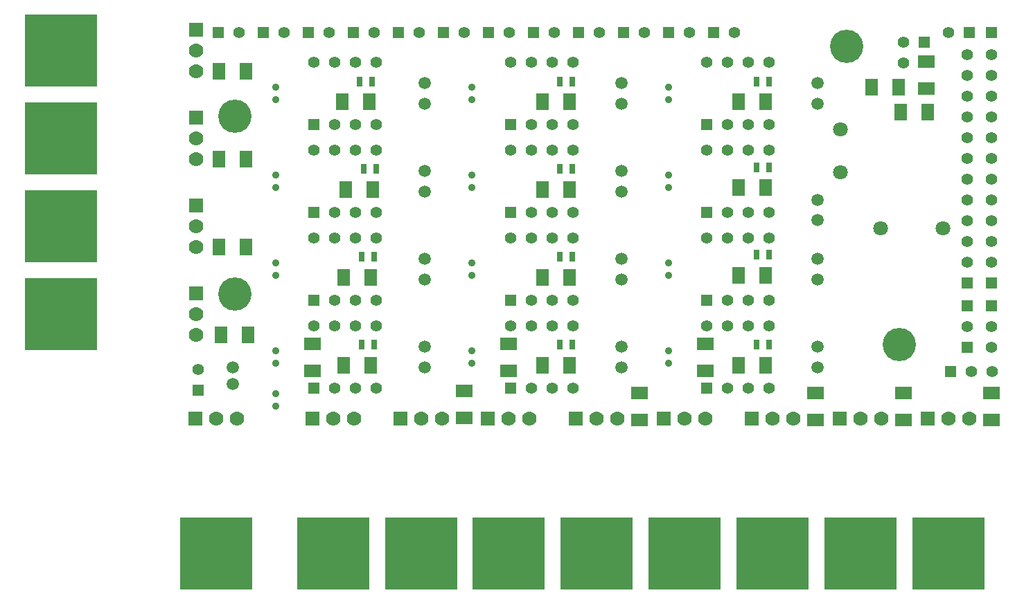
<source format=gbs>
G04 (created by PCBNEW (2013-07-07 BZR 4022)-stable) date 4/3/2014 12:59:42 PM*
%MOIN*%
G04 Gerber Fmt 3.4, Leading zero omitted, Abs format*
%FSLAX34Y34*%
G01*
G70*
G90*
G04 APERTURE LIST*
%ADD10C,0.00590551*%
%ADD11R,0.055X0.055*%
%ADD12C,0.055*%
%ADD13R,0.35X0.35*%
%ADD14C,0.07*%
%ADD15R,0.07X0.07*%
%ADD16C,0.0354331*%
%ADD17R,0.06X0.08*%
%ADD18R,0.08X0.06*%
%ADD19C,0.0590551*%
%ADD20R,0.025X0.045*%
%ADD21C,0.16*%
%ADD22C,0.0708661*%
G04 APERTURE END LIST*
G54D10*
G54D11*
X94594Y-40444D03*
G54D12*
X93594Y-40444D03*
X93594Y-41444D03*
G54D13*
X83070Y-65062D03*
G54D14*
X84070Y-58562D03*
X83070Y-58562D03*
G54D15*
X82070Y-58562D03*
G54D13*
X95767Y-65062D03*
G54D14*
X96767Y-58562D03*
X95767Y-58562D03*
G54D15*
X94767Y-58562D03*
G54D13*
X53047Y-45078D03*
G54D14*
X59547Y-46078D03*
X59547Y-45078D03*
G54D15*
X59547Y-44078D03*
G54D13*
X70374Y-65062D03*
G54D14*
X71374Y-58562D03*
X70374Y-58562D03*
G54D15*
X69374Y-58562D03*
G54D13*
X53047Y-49311D03*
G54D14*
X59547Y-50311D03*
X59547Y-49311D03*
G54D15*
X59547Y-48311D03*
G54D13*
X74606Y-65062D03*
G54D14*
X75606Y-58562D03*
X74606Y-58562D03*
G54D15*
X73606Y-58562D03*
G54D13*
X91535Y-65062D03*
G54D14*
X92535Y-58562D03*
X91535Y-58562D03*
G54D15*
X90535Y-58562D03*
G54D13*
X53047Y-53543D03*
G54D14*
X59547Y-54543D03*
X59547Y-53543D03*
G54D15*
X59547Y-52543D03*
G54D13*
X53047Y-40846D03*
G54D14*
X59547Y-41846D03*
X59547Y-40846D03*
G54D15*
X59547Y-39846D03*
G54D13*
X78838Y-65062D03*
G54D14*
X79838Y-58562D03*
X78838Y-58562D03*
G54D15*
X77838Y-58562D03*
G54D13*
X87303Y-65062D03*
G54D14*
X88303Y-58562D03*
X87303Y-58562D03*
G54D15*
X86303Y-58562D03*
G54D13*
X66141Y-65062D03*
G54D14*
X67141Y-58562D03*
X66141Y-58562D03*
G54D15*
X65141Y-58562D03*
X59531Y-58562D03*
G54D14*
X61531Y-58562D03*
X60531Y-58562D03*
G54D13*
X60531Y-65062D03*
G54D11*
X97834Y-53133D03*
G54D12*
X97834Y-54133D03*
X97834Y-55133D03*
G54D11*
X67118Y-39960D03*
G54D12*
X68118Y-39960D03*
G54D11*
X77944Y-39960D03*
G54D12*
X78944Y-39960D03*
G54D11*
X62787Y-39960D03*
G54D12*
X63787Y-39960D03*
G54D11*
X69283Y-39960D03*
G54D12*
X70283Y-39960D03*
G54D11*
X82275Y-39960D03*
G54D12*
X83275Y-39960D03*
G54D11*
X64952Y-39960D03*
G54D12*
X65952Y-39960D03*
G54D11*
X80110Y-39960D03*
G54D12*
X81110Y-39960D03*
G54D11*
X71448Y-39960D03*
G54D12*
X72448Y-39960D03*
G54D11*
X96759Y-39960D03*
G54D12*
X95759Y-39960D03*
G54D11*
X96653Y-55125D03*
G54D12*
X96653Y-54125D03*
G54D11*
X75779Y-39960D03*
G54D12*
X76779Y-39960D03*
G54D11*
X84440Y-39960D03*
G54D12*
X85440Y-39960D03*
G54D11*
X60622Y-39960D03*
G54D12*
X61622Y-39960D03*
G54D11*
X73614Y-39960D03*
G54D12*
X74614Y-39960D03*
G54D11*
X59645Y-57192D03*
G54D12*
X59645Y-56192D03*
G54D11*
X96653Y-52055D03*
G54D12*
X96653Y-51055D03*
X96653Y-50055D03*
X96653Y-49055D03*
X96653Y-48055D03*
X96653Y-47055D03*
X96653Y-46055D03*
X96653Y-45055D03*
X96653Y-44055D03*
X96653Y-43055D03*
X96653Y-42055D03*
X96653Y-41055D03*
G54D11*
X97834Y-52055D03*
G54D12*
X97834Y-51055D03*
X97834Y-50055D03*
X97834Y-49055D03*
X97834Y-48055D03*
X97834Y-47055D03*
X97834Y-46055D03*
X97834Y-45055D03*
X97834Y-44055D03*
X97834Y-43055D03*
X97834Y-42055D03*
X97834Y-41055D03*
G54D11*
X97834Y-39960D03*
X84129Y-48645D03*
G54D12*
X85129Y-48645D03*
X86129Y-48645D03*
X87129Y-48645D03*
X87129Y-45645D03*
X86129Y-45645D03*
X85129Y-45645D03*
X84129Y-45645D03*
G54D11*
X74681Y-44413D03*
G54D12*
X75681Y-44413D03*
X76681Y-44413D03*
X77681Y-44413D03*
X77681Y-41413D03*
X76681Y-41413D03*
X75681Y-41413D03*
X74681Y-41413D03*
G54D11*
X74681Y-52877D03*
G54D12*
X75681Y-52877D03*
X76681Y-52877D03*
X77681Y-52877D03*
X77681Y-49877D03*
X76681Y-49877D03*
X75681Y-49877D03*
X74681Y-49877D03*
G54D11*
X84129Y-52877D03*
G54D12*
X85129Y-52877D03*
X86129Y-52877D03*
X87129Y-52877D03*
X87129Y-49877D03*
X86129Y-49877D03*
X85129Y-49877D03*
X84129Y-49877D03*
G54D11*
X84129Y-44413D03*
G54D12*
X85129Y-44413D03*
X86129Y-44413D03*
X87129Y-44413D03*
X87129Y-41413D03*
X86129Y-41413D03*
X85129Y-41413D03*
X84129Y-41413D03*
G54D11*
X84129Y-57110D03*
G54D12*
X85129Y-57110D03*
X86129Y-57110D03*
X87129Y-57110D03*
X87129Y-54110D03*
X86129Y-54110D03*
X85129Y-54110D03*
X84129Y-54110D03*
G54D11*
X65232Y-57110D03*
G54D12*
X66232Y-57110D03*
X67232Y-57110D03*
X68232Y-57110D03*
X68232Y-54110D03*
X67232Y-54110D03*
X66232Y-54110D03*
X65232Y-54110D03*
G54D11*
X74681Y-48645D03*
G54D12*
X75681Y-48645D03*
X76681Y-48645D03*
X77681Y-48645D03*
X77681Y-45645D03*
X76681Y-45645D03*
X75681Y-45645D03*
X74681Y-45645D03*
G54D11*
X65232Y-52877D03*
G54D12*
X66232Y-52877D03*
X67232Y-52877D03*
X68232Y-52877D03*
X68232Y-49877D03*
X67232Y-49877D03*
X66232Y-49877D03*
X65232Y-49877D03*
G54D11*
X65232Y-48645D03*
G54D12*
X66232Y-48645D03*
X67232Y-48645D03*
X68232Y-48645D03*
X68232Y-45645D03*
X67232Y-45645D03*
X66232Y-45645D03*
X65232Y-45645D03*
G54D11*
X65232Y-44413D03*
G54D12*
X66232Y-44413D03*
X67232Y-44413D03*
X68232Y-44413D03*
X68232Y-41413D03*
X67232Y-41413D03*
X66232Y-41413D03*
X65232Y-41413D03*
G54D11*
X74681Y-57110D03*
G54D12*
X75681Y-57110D03*
X76681Y-57110D03*
X77681Y-57110D03*
X77681Y-54110D03*
X76681Y-54110D03*
X75681Y-54110D03*
X74681Y-54110D03*
G54D16*
X63385Y-51673D03*
X63385Y-51082D03*
X63385Y-55905D03*
X63385Y-55314D03*
X82283Y-43208D03*
X82283Y-42618D03*
X82283Y-47440D03*
X82283Y-46850D03*
X72834Y-43208D03*
X72834Y-42618D03*
X72834Y-51673D03*
X72834Y-51082D03*
X63385Y-47440D03*
X63385Y-46850D03*
X72834Y-47440D03*
X72834Y-46850D03*
X82283Y-51673D03*
X82283Y-51082D03*
X63385Y-57972D03*
X63385Y-57381D03*
X72834Y-55905D03*
X72834Y-55314D03*
X63385Y-43208D03*
X63385Y-42618D03*
X82283Y-55905D03*
X82283Y-55314D03*
G54D17*
X76220Y-47539D03*
X77520Y-47539D03*
X76220Y-43307D03*
X77520Y-43307D03*
G54D18*
X65157Y-56260D03*
X65157Y-54960D03*
X84055Y-56260D03*
X84055Y-54960D03*
X74606Y-56260D03*
X74606Y-54960D03*
G54D17*
X76220Y-51771D03*
X77520Y-51771D03*
X76220Y-56003D03*
X77520Y-56003D03*
G54D18*
X80905Y-58622D03*
X80905Y-57322D03*
G54D17*
X85668Y-51673D03*
X86968Y-51673D03*
G54D18*
X72440Y-58524D03*
X72440Y-57224D03*
G54D17*
X66574Y-43307D03*
X67874Y-43307D03*
G54D18*
X94685Y-42677D03*
X94685Y-41377D03*
G54D17*
X92066Y-42618D03*
X93366Y-42618D03*
X93444Y-43799D03*
X94744Y-43799D03*
X60668Y-41830D03*
X61968Y-41830D03*
X85668Y-43307D03*
X86968Y-43307D03*
G54D18*
X97834Y-58622D03*
X97834Y-57322D03*
G54D17*
X66672Y-56003D03*
X67972Y-56003D03*
X60668Y-46062D03*
X61968Y-46062D03*
X85668Y-47440D03*
X86968Y-47440D03*
G54D18*
X93602Y-58622D03*
X93602Y-57322D03*
G54D17*
X66672Y-51771D03*
X67972Y-51771D03*
X60668Y-50295D03*
X61968Y-50295D03*
X66771Y-47539D03*
X68071Y-47539D03*
X60767Y-54527D03*
X62067Y-54527D03*
G54D18*
X89370Y-58622D03*
X89370Y-57322D03*
G54D17*
X85668Y-56003D03*
X86968Y-56003D03*
G54D19*
X61318Y-56889D03*
X61318Y-56102D03*
X80019Y-46653D03*
X80019Y-47637D03*
X89468Y-42421D03*
X89468Y-43405D03*
X70570Y-55118D03*
X70570Y-56102D03*
X89468Y-48031D03*
X89468Y-49015D03*
X70570Y-50885D03*
X70570Y-51870D03*
X89468Y-50885D03*
X89468Y-51870D03*
X70570Y-46653D03*
X70570Y-47637D03*
X70570Y-42421D03*
X70570Y-43405D03*
X89468Y-55118D03*
X89468Y-56102D03*
X80019Y-42421D03*
X80019Y-43405D03*
X80019Y-55118D03*
X80019Y-56102D03*
X80019Y-50885D03*
X80019Y-51870D03*
G54D20*
X77062Y-46555D03*
X77662Y-46555D03*
X67514Y-55019D03*
X68114Y-55019D03*
X86511Y-42322D03*
X87111Y-42322D03*
X86511Y-55019D03*
X87111Y-55019D03*
X77062Y-50787D03*
X77662Y-50787D03*
X77062Y-42322D03*
X77662Y-42322D03*
X86511Y-46456D03*
X87111Y-46456D03*
X67514Y-50787D03*
X68114Y-50787D03*
X67613Y-46555D03*
X68213Y-46555D03*
X86511Y-50688D03*
X87111Y-50688D03*
X77062Y-55019D03*
X77662Y-55019D03*
X67416Y-42322D03*
X68016Y-42322D03*
G54D21*
X93405Y-55019D03*
X61417Y-52559D03*
X61417Y-43996D03*
X90846Y-40649D03*
G54D11*
X95850Y-56299D03*
G54D12*
X96850Y-56299D03*
X97850Y-56299D03*
G54D11*
X96653Y-53149D03*
G54D22*
X90551Y-46712D03*
X90551Y-44625D03*
X92496Y-49409D03*
X95496Y-49409D03*
M02*

</source>
